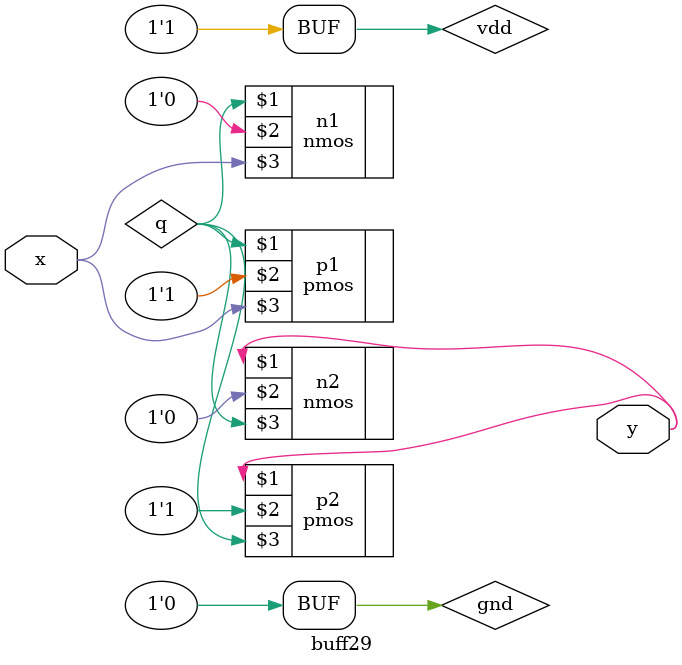
<source format=v>
module buff29(x,y);
input x;
output y;
wire q, vdd, gnd;
assign vdd = 1'b1;
assign gnd = 1'b0;
pmos p1(q, vdd, x);
nmos n1(q, gnd, x);
pmos p2(y, vdd, q);
nmos n2(y, gnd, q);
endmodule

</source>
